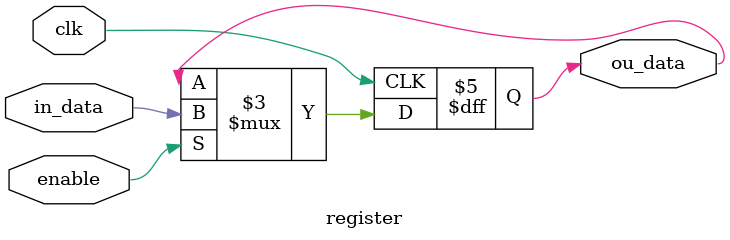
<source format=v>
module register
#( parameter WIDTH = 1 )
   (
    input clk,
    input [WIDTH-1:0] in_data,
    input enable,
    output reg [WIDTH-1:0] ou_data
    );

   always @(posedge clk) begin
      if(enable)
        ou_data <= in_data;
      else
        ou_data <= ou_data;
   end
endmodule

</source>
